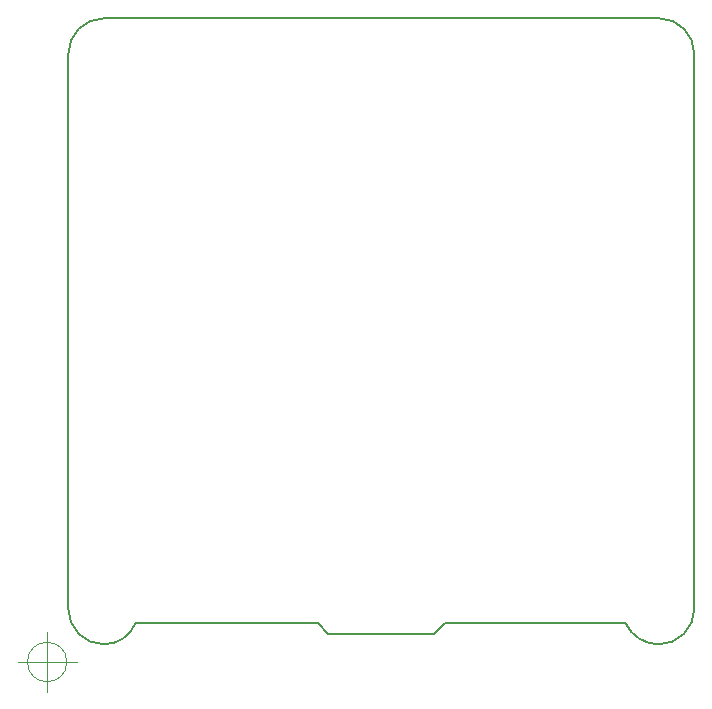
<source format=gbr>
%TF.GenerationSoftware,KiCad,Pcbnew,(6.0.0)*%
%TF.CreationDate,2022-01-13T21:59:04+08:00*%
%TF.ProjectId,WirelessPowerP40_Receiver,57697265-6c65-4737-9350-6f7765725034,rev?*%
%TF.SameCoordinates,Original*%
%TF.FileFunction,Profile,NP*%
%FSLAX46Y46*%
G04 Gerber Fmt 4.6, Leading zero omitted, Abs format (unit mm)*
G04 Created by KiCad (PCBNEW (6.0.0)) date 2022-01-13 21:59:04*
%MOMM*%
%LPD*%
G01*
G04 APERTURE LIST*
%TA.AperFunction,Profile*%
%ADD10C,0.200000*%
%TD*%
%TA.AperFunction,Profile*%
%ADD11C,0.100000*%
%TD*%
G04 APERTURE END LIST*
D10*
X155975000Y-119725000D02*
X140675000Y-119725000D01*
X111800000Y-68499999D02*
G75*
G03*
X108800000Y-71500000I3J-3000003D01*
G01*
X130800000Y-120600000D02*
X139800000Y-120600000D01*
X161800000Y-118500000D02*
X161800000Y-71500000D01*
X108800000Y-71500000D02*
X108799998Y-118500000D01*
X155975000Y-119725000D02*
G75*
G03*
X158800000Y-121500000I2824942J1360471D01*
G01*
X108799998Y-118500000D02*
G75*
G03*
X111800000Y-121500000I3000001J1D01*
G01*
X129925000Y-119725000D02*
X130800000Y-120600000D01*
X111800000Y-68499999D02*
X158800000Y-68500000D01*
X111800000Y-121500000D02*
G75*
G03*
X114475000Y-119725000I26987J2862499D01*
G01*
X129925000Y-119725000D02*
X114475000Y-119725000D01*
X161800000Y-71500000D02*
G75*
G03*
X158800000Y-68500000I-3000001J-1D01*
G01*
X140675000Y-119725000D02*
X139800000Y-120600000D01*
X158800000Y-121500000D02*
G75*
G03*
X161800000Y-118500000I-1J3000001D01*
G01*
D11*
X108666666Y-123000000D02*
G75*
G03*
X108666666Y-123000000I-1666666J0D01*
G01*
X104500000Y-123000000D02*
X109500000Y-123000000D01*
X107000000Y-120500000D02*
X107000000Y-125500000D01*
M02*

</source>
